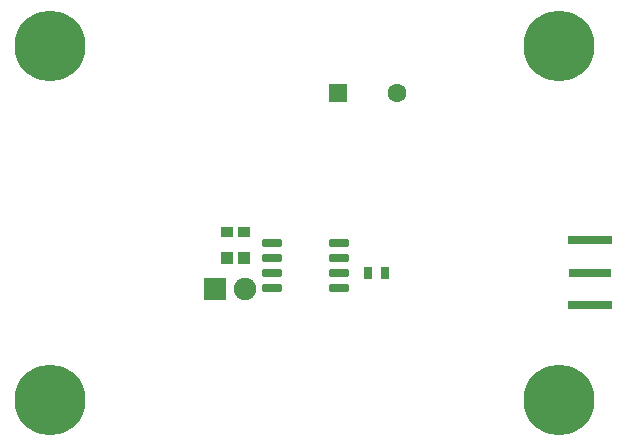
<source format=gbr>
G04*
G04 #@! TF.GenerationSoftware,Altium Limited,Altium Designer,24.4.1 (13)*
G04*
G04 Layer_Color=255*
%FSLAX25Y25*%
%MOIN*%
G70*
G04*
G04 #@! TF.SameCoordinates,D49A6A7F-BD6C-421B-9F91-F44A7ED913D7*
G04*
G04*
G04 #@! TF.FilePolarity,Positive*
G04*
G01*
G75*
%ADD14R,0.14173X0.03150*%
%ADD15R,0.14961X0.03150*%
%ADD16R,0.04153X0.03961*%
%ADD17R,0.03963X0.03773*%
G04:AMPARAMS|DCode=18|XSize=25.59mil|YSize=64.96mil|CornerRadius=1.92mil|HoleSize=0mil|Usage=FLASHONLY|Rotation=90.000|XOffset=0mil|YOffset=0mil|HoleType=Round|Shape=RoundedRectangle|*
%AMROUNDEDRECTD18*
21,1,0.02559,0.06112,0,0,90.0*
21,1,0.02175,0.06496,0,0,90.0*
1,1,0.00384,0.03056,0.01088*
1,1,0.00384,0.03056,-0.01088*
1,1,0.00384,-0.03056,-0.01088*
1,1,0.00384,-0.03056,0.01088*
%
%ADD18ROUNDEDRECTD18*%
%ADD19R,0.03150X0.03937*%
%ADD34C,0.07480*%
%ADD35R,0.07480X0.07480*%
%ADD36C,0.06299*%
%ADD37R,0.06299X0.06299*%
%ADD38C,0.23622*%
D14*
X179728Y42425D02*
D03*
D15*
Y31500D02*
D03*
Y53350D02*
D03*
D16*
X58872Y47425D02*
D03*
X64585D02*
D03*
D17*
X58871Y55925D02*
D03*
X64586D02*
D03*
D18*
X96228Y37425D02*
D03*
Y42425D02*
D03*
Y47425D02*
D03*
Y52425D02*
D03*
X73984Y37425D02*
D03*
Y42425D02*
D03*
Y47425D02*
D03*
Y52425D02*
D03*
D19*
X105776Y42425D02*
D03*
X111681D02*
D03*
D34*
X64728Y36925D02*
D03*
D35*
X54728D02*
D03*
D36*
X115454Y102257D02*
D03*
D37*
X95769D02*
D03*
D38*
X169685Y118110D02*
D03*
X0D02*
D03*
Y0D02*
D03*
X169685Y0D02*
D03*
M02*

</source>
